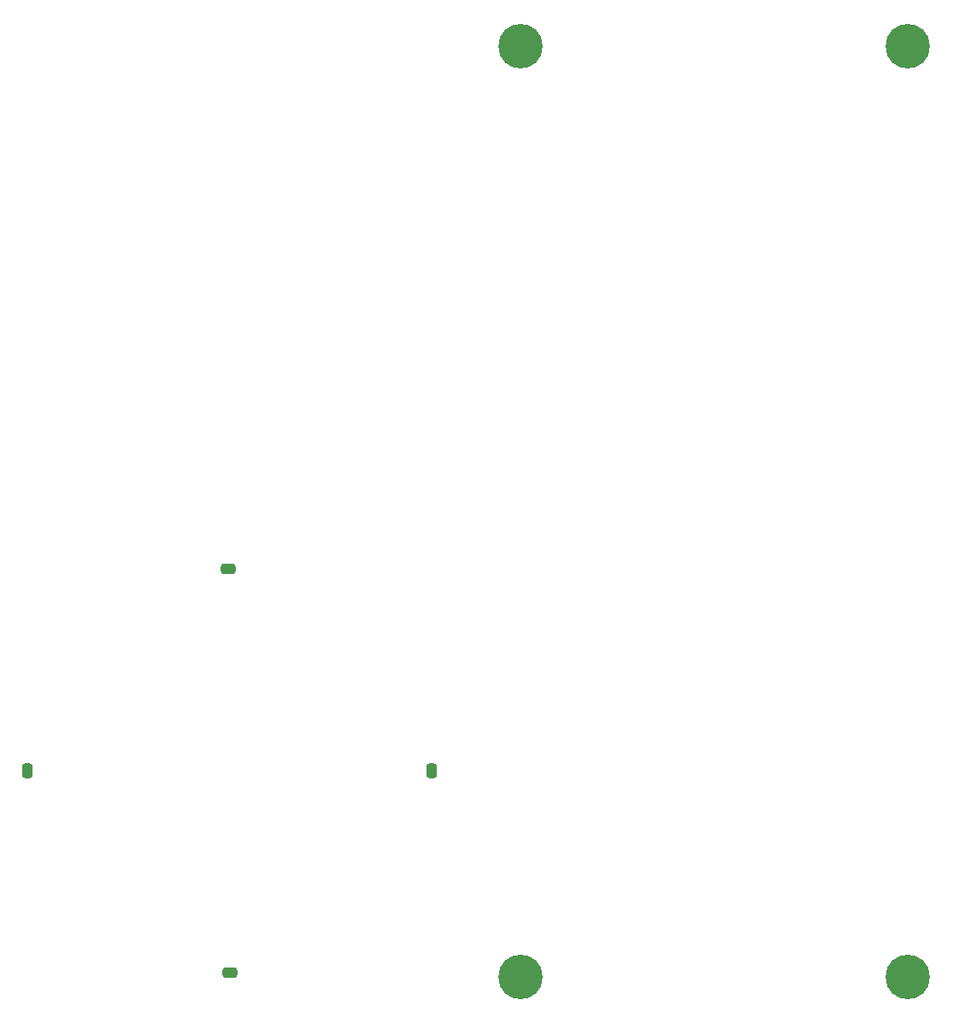
<source format=gbr>
%TF.GenerationSoftware,KiCad,Pcbnew,7.0.2-0*%
%TF.CreationDate,2023-08-14T19:33:41+08:00*%
%TF.ProjectId,Top:bottom_plate,546f703a-626f-4747-946f-6d5f706c6174,rev?*%
%TF.SameCoordinates,Original*%
%TF.FileFunction,Copper,L2,Bot*%
%TF.FilePolarity,Positive*%
%FSLAX46Y46*%
G04 Gerber Fmt 4.6, Leading zero omitted, Abs format (unit mm)*
G04 Created by KiCad (PCBNEW 7.0.2-0) date 2023-08-14 19:33:41*
%MOMM*%
%LPD*%
G01*
G04 APERTURE LIST*
G04 Aperture macros list*
%AMRoundRect*
0 Rectangle with rounded corners*
0 $1 Rounding radius*
0 $2 $3 $4 $5 $6 $7 $8 $9 X,Y pos of 4 corners*
0 Add a 4 corners polygon primitive as box body*
4,1,4,$2,$3,$4,$5,$6,$7,$8,$9,$2,$3,0*
0 Add four circle primitives for the rounded corners*
1,1,$1+$1,$2,$3*
1,1,$1+$1,$4,$5*
1,1,$1+$1,$6,$7*
1,1,$1+$1,$8,$9*
0 Add four rect primitives between the rounded corners*
20,1,$1+$1,$2,$3,$4,$5,0*
20,1,$1+$1,$4,$5,$6,$7,0*
20,1,$1+$1,$6,$7,$8,$9,0*
20,1,$1+$1,$8,$9,$2,$3,0*%
G04 Aperture macros list end*
%TA.AperFunction,ComponentPad*%
%ADD10C,2.600000*%
%TD*%
%TA.AperFunction,ConnectorPad*%
%ADD11C,4.400000*%
%TD*%
%TA.AperFunction,SMDPad,CuDef*%
%ADD12RoundRect,0.250000X0.250000X0.475000X-0.250000X0.475000X-0.250000X-0.475000X0.250000X-0.475000X0*%
%TD*%
%TA.AperFunction,SMDPad,CuDef*%
%ADD13RoundRect,0.250000X-0.250000X-0.475000X0.250000X-0.475000X0.250000X0.475000X-0.250000X0.475000X0*%
%TD*%
%TA.AperFunction,SMDPad,CuDef*%
%ADD14RoundRect,0.250000X0.475000X-0.250000X0.475000X0.250000X-0.475000X0.250000X-0.475000X-0.250000X0*%
%TD*%
%TA.AperFunction,SMDPad,CuDef*%
%ADD15RoundRect,0.250000X-0.475000X0.250000X-0.475000X-0.250000X0.475000X-0.250000X0.475000X0.250000X0*%
%TD*%
G04 APERTURE END LIST*
D10*
%TO.P,REF\u002A\u002A,1*%
%TO.N,N/C*%
X195190001Y-135550000D03*
D11*
X195190001Y-135550000D03*
%TD*%
D10*
%TO.P,REF\u002A\u002A,1*%
%TO.N,N/C*%
X156840001Y-135550000D03*
D11*
X156840001Y-135550000D03*
%TD*%
D12*
%TO.P,REF\u002A\u002A,1*%
%TO.N,N/C*%
X148000000Y-115100000D03*
%TD*%
D10*
%TO.P,REF\u002A\u002A,1*%
%TO.N,N/C*%
X195190001Y-43400000D03*
D11*
X195190001Y-43400000D03*
%TD*%
D13*
%TO.P,REF\u002A\u002A,1*%
%TO.N,N/C*%
X108000000Y-115100000D03*
%TD*%
D10*
%TO.P,REF\u002A\u002A,1*%
%TO.N,N/C*%
X156840001Y-43400000D03*
D11*
X156840001Y-43400000D03*
%TD*%
D14*
%TO.P,REF\u002A\u002A,1*%
%TO.N,N/C*%
X127999999Y-135100000D03*
%TD*%
D15*
%TO.P,REF\u002A\u002A,1*%
%TO.N,N/C*%
X127900000Y-95100000D03*
%TD*%
M02*

</source>
